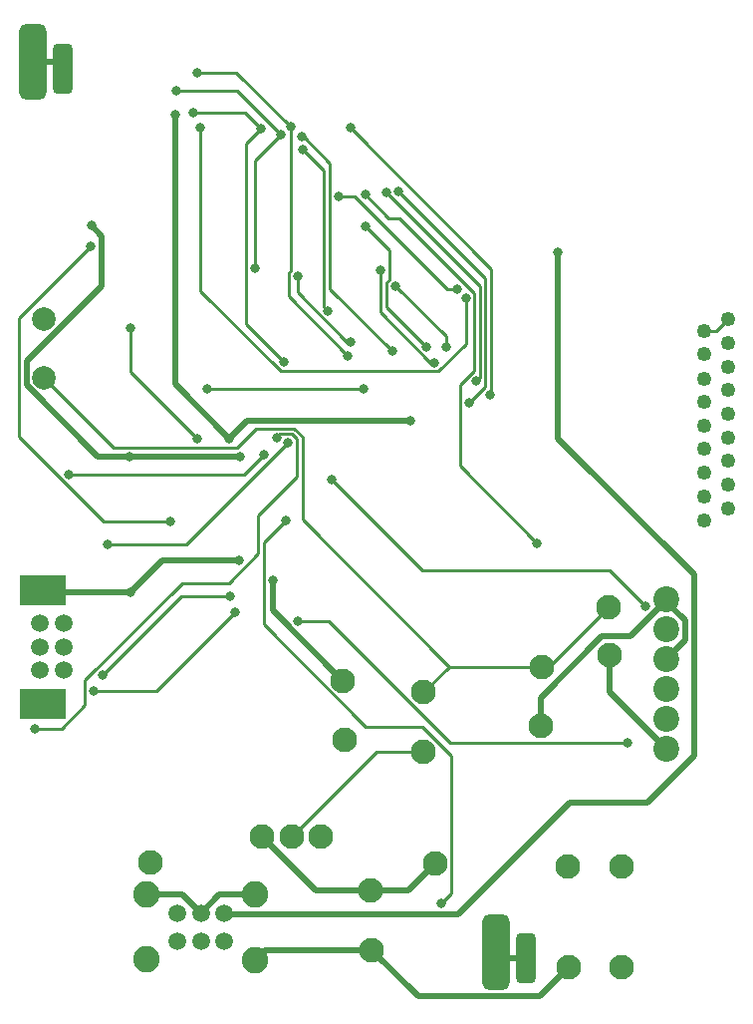
<source format=gbr>
%TF.GenerationSoftware,KiCad,Pcbnew,(6.0.2)*%
%TF.CreationDate,2022-09-26T21:45:02-05:00*%
%TF.ProjectId,IF-GBP-02,49462d47-4250-42d3-9032-2e6b69636164,rev?*%
%TF.SameCoordinates,Original*%
%TF.FileFunction,Copper,L2,Bot*%
%TF.FilePolarity,Positive*%
%FSLAX46Y46*%
G04 Gerber Fmt 4.6, Leading zero omitted, Abs format (unit mm)*
G04 Created by KiCad (PCBNEW (6.0.2)) date 2022-09-26 21:45:02*
%MOMM*%
%LPD*%
G01*
G04 APERTURE LIST*
G04 Aperture macros list*
%AMRoundRect*
0 Rectangle with rounded corners*
0 $1 Rounding radius*
0 $2 $3 $4 $5 $6 $7 $8 $9 X,Y pos of 4 corners*
0 Add a 4 corners polygon primitive as box body*
4,1,4,$2,$3,$4,$5,$6,$7,$8,$9,$2,$3,0*
0 Add four circle primitives for the rounded corners*
1,1,$1+$1,$2,$3*
1,1,$1+$1,$4,$5*
1,1,$1+$1,$6,$7*
1,1,$1+$1,$8,$9*
0 Add four rect primitives between the rounded corners*
20,1,$1+$1,$2,$3,$4,$5,0*
20,1,$1+$1,$4,$5,$6,$7,0*
20,1,$1+$1,$6,$7,$8,$9,0*
20,1,$1+$1,$8,$9,$2,$3,0*%
G04 Aperture macros list end*
%TA.AperFunction,ComponentPad*%
%ADD10RoundRect,0.575000X-0.575000X-2.650000X0.575000X-2.650000X0.575000X2.650000X-0.575000X2.650000X0*%
%TD*%
%TA.AperFunction,ComponentPad*%
%ADD11RoundRect,0.425000X-0.425000X-1.700000X0.425000X-1.700000X0.425000X1.700000X-0.425000X1.700000X0*%
%TD*%
%TA.AperFunction,ComponentPad*%
%ADD12C,2.100000*%
%TD*%
%TA.AperFunction,ComponentPad*%
%ADD13C,1.500000*%
%TD*%
%TA.AperFunction,ComponentPad*%
%ADD14C,2.250000*%
%TD*%
%TA.AperFunction,ComponentPad*%
%ADD15C,2.200000*%
%TD*%
%TA.AperFunction,ComponentPad*%
%ADD16C,2.000000*%
%TD*%
%TA.AperFunction,ComponentPad*%
%ADD17C,1.250000*%
%TD*%
%TA.AperFunction,ComponentPad*%
%ADD18R,4.000000X2.500000*%
%TD*%
%TA.AperFunction,ViaPad*%
%ADD19C,0.800000*%
%TD*%
%TA.AperFunction,Conductor*%
%ADD20C,0.550000*%
%TD*%
%TA.AperFunction,Conductor*%
%ADD21C,0.250000*%
%TD*%
G04 APERTURE END LIST*
D10*
%TO.P,J2,1,Pin_1*%
%TO.N,/9V+*%
X162465000Y-138803000D03*
D11*
X165044000Y-139319000D03*
%TO.P,J2,2,Pin_2*%
%TO.N,/9V-*%
X125670000Y-63755000D03*
D10*
X123097000Y-63240000D03*
%TD*%
D12*
%TO.P,L1,1,1*%
%TO.N,/LED.Anode*%
X156339000Y-116728000D03*
%TO.P,L1,2,2*%
%TO.N,/Route1*%
X156341000Y-121772000D03*
%TD*%
D13*
%TO.P,SW2,1,A*%
%TO.N,/Off.GND*%
X139395000Y-135468000D03*
%TO.P,SW2,2,B*%
%TO.N,/GND*%
X137412000Y-135470000D03*
%TO.P,SW2,3,C*%
%TO.N,/9V-*%
X135389000Y-135469100D03*
%TO.P,SW2,4,A*%
%TO.N,unconnected-(SW2-Pad4)*%
X139397000Y-137889000D03*
%TO.P,SW2,5,B*%
%TO.N,/9V.F1*%
X137411000Y-137889000D03*
%TO.P,SW2,6,C*%
%TO.N,/9V.Prefuse*%
X135389000Y-137889000D03*
D14*
%TO.P,SW2,7,Case_GND*%
%TO.N,/GND*%
X141976000Y-133921000D03*
X141977100Y-139473000D03*
%TO.P,SW2,8,Case_GND*%
X132768000Y-139440000D03*
X132768000Y-133879000D03*
%TD*%
D12*
%TO.P,F2,1*%
%TO.N,/9V.Postfuse*%
X157295000Y-131299000D03*
%TO.P,F2,2*%
%TO.N,/9V.Prefuse*%
X133094000Y-131183000D03*
%TD*%
%TO.P,C2,1*%
%TO.N,/LED.Anode*%
X166340000Y-114564000D03*
%TO.P,C2,2*%
%TO.N,/GND*%
X166300300Y-119602400D03*
%TD*%
D15*
%TO.P,CN1,1,Pin_1*%
%TO.N,/VCC*%
X176950000Y-121545000D03*
%TO.P,CN1,2,Pin_2*%
%TO.N,/CN1.P2*%
X176953000Y-118997000D03*
%TO.P,CN1,3,Pin_3*%
%TO.N,/CN1.P3*%
X176947000Y-116460000D03*
%TO.P,CN1,4,Pin_4*%
%TO.N,/GND*%
X176949000Y-113921000D03*
%TO.P,CN1,5,Pin_5*%
%TO.N,/P51*%
X176944000Y-111342000D03*
%TO.P,CN1,6,Pin_6*%
%TO.N,/GND*%
X176946000Y-108795000D03*
%TD*%
D12*
%TO.P,Q1,1,B*%
%TO.N,/Route2*%
X147562000Y-128995000D03*
%TO.P,Q1,2,C*%
%TO.N,/Route1*%
X145105000Y-128999000D03*
%TO.P,Q1,3,E*%
%TO.N,/9V.Postfuse*%
X142606000Y-129001000D03*
%TD*%
%TO.P,C3,1*%
%TO.N,/VCC*%
X149478000Y-115776000D03*
%TO.P,C3,2*%
%TO.N,/GND*%
X149641000Y-120770000D03*
%TD*%
%TO.P,SW1,1,1*%
%TO.N,/Button*%
X173175000Y-140083000D03*
%TO.P,SW1,2,2*%
X173177000Y-131552000D03*
%TO.P,SW1,3,K*%
%TO.N,/GND*%
X168688000Y-140043000D03*
%TO.P,SW1,4,A*%
%TO.N,unconnected-(SW1-Pad4)*%
X168613000Y-131513000D03*
%TD*%
%TO.P,L2,1,1*%
%TO.N,/LED.Anode*%
X172058000Y-109511000D03*
%TO.P,L2,2,2*%
%TO.N,/VCC*%
X172103000Y-113558000D03*
%TD*%
D16*
%TO.P,LED1,1,K*%
%TO.N,/LED.Cathode*%
X124038300Y-85023300D03*
%TO.P,LED1,2,A*%
%TO.N,/LED.Anode*%
X124074000Y-90026000D03*
%TD*%
D12*
%TO.P,C1,1*%
%TO.N,/9V.Postfuse*%
X151856000Y-133578000D03*
%TO.P,C1,2*%
%TO.N,/GND*%
X151897700Y-138611300D03*
%TD*%
D17*
%TO.P,CN2,1,Pin_1*%
%TO.N,/LED.Anode*%
X182178000Y-85060500D03*
%TO.P,CN2,2,Pin_2*%
X180195000Y-86052700D03*
%TO.P,CN2,3,Pin_3*%
%TO.N,/IC5.O1*%
X182177000Y-87044000D03*
%TO.P,CN2,4,Pin_4*%
%TO.N,/IC5.O2*%
X180196000Y-88038000D03*
%TO.P,CN2,5,Pin_5*%
%TO.N,/IC5.O3*%
X182183000Y-89067000D03*
%TO.P,CN2,6,Pin_6*%
%TO.N,/IC5.O4*%
X180196000Y-90104000D03*
%TO.P,CN2,7,Pin_7*%
%TO.N,/IC5.O5*%
X182179000Y-91094000D03*
%TO.P,CN2,8,Pin_8*%
%TO.N,/IC5.O6*%
X180198000Y-92084000D03*
%TO.P,CN2,9,Pin_9*%
%TO.N,/IC5.O7*%
X182179000Y-93077000D03*
%TO.P,CN2,10,Pin_10*%
%TO.N,/IC5.O8*%
X180193000Y-94071000D03*
%TO.P,CN2,11,Pin_11*%
%TO.N,/IC6.O1*%
X182180000Y-95103000D03*
%TO.P,CN2,12,Pin_12*%
%TO.N,/IC6.O2*%
X180195000Y-96054000D03*
%TO.P,CN2,13,Pin_13*%
%TO.N,/IC6.O3*%
X182178000Y-97088000D03*
%TO.P,CN2,14,Pin_14*%
%TO.N,/IC6.O4*%
X180191000Y-98079000D03*
%TO.P,CN2,15,Pin_15*%
%TO.N,/IC6.O5*%
X182178000Y-99109000D03*
%TO.P,CN2,16,Pin_16*%
%TO.N,/IC6.O6*%
X180195000Y-100106000D03*
%TO.P,CN2,17,Pin_17*%
%TO.N,/IC6.O7*%
X182176000Y-101096000D03*
%TO.P,CN2,18,Pin_18*%
%TO.N,/IC6.O8*%
X180197000Y-102129000D03*
%TD*%
D13*
%TO.P,CN3,1,Pin_1*%
%TO.N,unconnected-(CN3-Pad1)*%
X125709000Y-110864000D03*
%TO.P,CN3,2,Pin_2*%
%TO.N,/Link.P2*%
X123688000Y-110860000D03*
%TO.P,CN3,3,Pin_3*%
%TO.N,/Link.P3*%
X125708000Y-112887000D03*
%TO.P,CN3,4,Pin_4*%
%TO.N,unconnected-(CN3-Pad4)*%
X123680000Y-112887000D03*
%TO.P,CN3,5,Pin_5*%
%TO.N,/Link.P5*%
X125706000Y-114869000D03*
%TO.P,CN3,6,Pin_6*%
%TO.N,/GND*%
X123685000Y-114874000D03*
D18*
%TO.P,CN3,7,GND*%
X123922000Y-108030000D03*
%TO.P,CN3,8,GND*%
X123922000Y-117696000D03*
%TD*%
D19*
%TO.N,/GND*%
X131431600Y-108205000D03*
X140619400Y-105549200D03*
%TO.N,/VCC*%
X139795000Y-95170700D03*
X135194100Y-67695500D03*
X143505500Y-107225500D03*
X155235000Y-93672500D03*
%TO.N,/P53*%
X137966900Y-90975500D03*
X151224300Y-90975500D03*
%TO.N,/D6*%
X151366000Y-74466300D03*
X165989500Y-104061300D03*
%TO.N,/D7*%
X161967500Y-91489900D03*
X150095000Y-68827400D03*
%TO.N,/WE*%
X137365000Y-68800100D03*
X159923300Y-83293000D03*
%TO.N,/CE1*%
X149083000Y-74601500D03*
X159198200Y-82481700D03*
%TO.N,/A4*%
X150126800Y-86959300D03*
X145598600Y-81396400D03*
%TO.N,/A8*%
X144485400Y-88725400D03*
X142475000Y-68888500D03*
X136788100Y-67558000D03*
%TO.N,/A9*%
X135335900Y-65657000D03*
X142024900Y-80744700D03*
X144234300Y-69385300D03*
%TO.N,/A10*%
X148217800Y-84334500D03*
X146045700Y-70664800D03*
%TO.N,/A11*%
X145016000Y-68717400D03*
X149907000Y-88165200D03*
X137075500Y-64089900D03*
%TO.N,/P45*%
X143867300Y-95085300D03*
X123278000Y-119807500D03*
%TO.N,/P46*%
X129475500Y-104203300D03*
X144821600Y-95564000D03*
%TO.N,/P47*%
X142739900Y-96595000D03*
X126177100Y-98234300D03*
%TO.N,/P51*%
X175202700Y-109419200D03*
X148525700Y-98663200D03*
%TO.N,/P52*%
X157830600Y-134675100D03*
X144630400Y-102134800D03*
%TO.N,/OE*%
X153640800Y-87784700D03*
X145982700Y-69582900D03*
%TO.N,/P60*%
X139921000Y-108547400D03*
X129029700Y-115270700D03*
%TO.N,/P61*%
X128253900Y-116661600D03*
X140333100Y-109957700D03*
%TO.N,/D0*%
X156544700Y-87372800D03*
X151367000Y-77184900D03*
%TO.N,/D1*%
X157221000Y-88753000D03*
X152636000Y-80886700D03*
%TO.N,/D2*%
X153908000Y-82207800D03*
X158213000Y-87405900D03*
%TO.N,/D4*%
X160193000Y-92186300D03*
X154154900Y-74198800D03*
%TO.N,/D5*%
X160823500Y-90326400D03*
X153154700Y-74314500D03*
%TO.N,/Off.GND*%
X167776000Y-79384700D03*
%TO.N,/CN1.P3*%
X145647800Y-110684100D03*
X173677000Y-121007900D03*
%TO.N,/Route20*%
X128064200Y-78852800D03*
X134820100Y-102265100D03*
%TO.N,/Route23*%
X137091300Y-95178000D03*
X131439500Y-85788300D03*
%TO.N,/9V.Postfuse*%
X131354200Y-96737400D03*
X140739300Y-96737400D03*
X128075000Y-77116100D03*
%TD*%
D20*
%TO.N,/GND*%
X134087400Y-105549200D02*
X140619400Y-105549200D01*
X138961000Y-133921000D02*
X137412000Y-135470000D01*
X151897700Y-138611300D02*
X155842200Y-142555800D01*
X166300300Y-117191200D02*
X166300300Y-119602400D01*
X176889800Y-109010100D02*
X173892000Y-112007900D01*
X171483600Y-112007900D02*
X166300300Y-117191200D01*
X178531600Y-110651900D02*
X176889800Y-109010100D01*
X142838800Y-138611300D02*
X151897700Y-138611300D01*
X123922000Y-108205000D02*
X131431600Y-108205000D01*
X176949000Y-113921000D02*
X178531600Y-112338400D01*
X155842200Y-142555800D02*
X166175200Y-142555800D01*
X173892000Y-112007900D02*
X171483600Y-112007900D01*
X176946000Y-108953900D02*
X176889800Y-109010100D01*
X166175200Y-142555800D02*
X168688000Y-140043000D01*
X135821000Y-133879000D02*
X137412000Y-135470000D01*
X178531600Y-112338400D02*
X178531600Y-110651900D01*
X176946000Y-108795000D02*
X176946000Y-108953900D01*
X131431600Y-108205000D02*
X134087400Y-105549200D01*
X141976000Y-133921000D02*
X138961000Y-133921000D01*
X141977100Y-139473000D02*
X142838800Y-138611300D01*
X132768000Y-133879000D02*
X135821000Y-133879000D01*
%TO.N,/VCC*%
X143505500Y-109803500D02*
X143505500Y-107225500D01*
X139795000Y-95170700D02*
X141293200Y-93672500D01*
X176950000Y-121545000D02*
X172103000Y-116698000D01*
X135194100Y-90569800D02*
X135194100Y-67695500D01*
X172103000Y-116698000D02*
X172103000Y-113558000D01*
X139795000Y-95170700D02*
X135194100Y-90569800D01*
X149478000Y-115776000D02*
X143505500Y-109803500D01*
X141293200Y-93672500D02*
X155235000Y-93672500D01*
D21*
%TO.N,/P53*%
X137966900Y-90975500D02*
X151224300Y-90975500D01*
%TO.N,/D6*%
X159454800Y-90669700D02*
X159454800Y-97526600D01*
X159454800Y-97526600D02*
X165989500Y-104061300D01*
X160648500Y-89476000D02*
X159454800Y-90669700D01*
X160648500Y-82815000D02*
X160648500Y-89476000D01*
X151366000Y-74466300D02*
X153369500Y-76469800D01*
X153369500Y-76469800D02*
X154303300Y-76469800D01*
X154303300Y-76469800D02*
X160648500Y-82815000D01*
%TO.N,/D7*%
X162063600Y-80796000D02*
X162063600Y-91393800D01*
X150095000Y-68827400D02*
X162063600Y-80796000D01*
X162063600Y-91393800D02*
X161967500Y-91489900D01*
%TO.N,/WE*%
X157603800Y-89478200D02*
X144157000Y-89478200D01*
X144157000Y-89478200D02*
X137365000Y-82686200D01*
X159923300Y-87158700D02*
X157603800Y-89478200D01*
X159923300Y-83293000D02*
X159923300Y-87158700D01*
X137365000Y-82686200D02*
X137365000Y-68800100D01*
%TO.N,/CE1*%
X158356100Y-82481700D02*
X159198200Y-82481700D01*
X150475900Y-74601500D02*
X158356100Y-82481700D01*
X149083000Y-74601500D02*
X150475900Y-74601500D01*
%TO.N,/A4*%
X150126800Y-86959300D02*
X149811000Y-86959300D01*
X145598600Y-82746900D02*
X145598600Y-81396400D01*
X149811000Y-86959300D02*
X145598600Y-82746900D01*
%TO.N,/A8*%
X141246300Y-85486300D02*
X144485400Y-88725400D01*
X141144500Y-67558000D02*
X136788100Y-67558000D01*
X142475000Y-68888500D02*
X141246300Y-70117200D01*
X142475000Y-68888500D02*
X141144500Y-67558000D01*
X141246300Y-70117200D02*
X141246300Y-85486300D01*
%TO.N,/A9*%
X140506000Y-65657000D02*
X135335900Y-65657000D01*
X142024900Y-71594700D02*
X142024900Y-80744700D01*
X144234300Y-69385300D02*
X140506000Y-65657000D01*
X144234300Y-69385300D02*
X142024900Y-71594700D01*
%TO.N,/A10*%
X147815600Y-83932300D02*
X148217800Y-84334500D01*
X146045700Y-70664800D02*
X147815600Y-72434700D01*
X147815600Y-72434700D02*
X147815600Y-83932300D01*
%TO.N,/A11*%
X144857800Y-81096100D02*
X144857800Y-83116000D01*
X145016000Y-80937900D02*
X144857800Y-81096100D01*
X145016000Y-68717400D02*
X145016000Y-80937900D01*
X144857800Y-83116000D02*
X149907000Y-88165200D01*
X137075500Y-64089900D02*
X140388500Y-64089900D01*
X140388500Y-64089900D02*
X145016000Y-68717400D01*
%TO.N,/P45*%
X142292000Y-104959300D02*
X139779100Y-107472200D01*
X144152200Y-94800400D02*
X145130500Y-94800400D01*
X127528700Y-115719000D02*
X127528700Y-117828200D01*
X135775500Y-107472200D02*
X127528700Y-115719000D01*
X127528700Y-117828200D02*
X125549400Y-119807500D01*
X142292000Y-101681100D02*
X142292000Y-104959300D01*
X145574000Y-98399100D02*
X142292000Y-101681100D01*
X143867300Y-95085300D02*
X144152200Y-94800400D01*
X145574000Y-95243900D02*
X145574000Y-98399100D01*
X139779100Y-107472200D02*
X135775500Y-107472200D01*
X145130500Y-94800400D02*
X145574000Y-95243900D01*
X125549400Y-119807500D02*
X123278000Y-119807500D01*
%TO.N,/P46*%
X144821600Y-95564000D02*
X136182300Y-104203300D01*
X136182300Y-104203300D02*
X129475500Y-104203300D01*
%TO.N,/P47*%
X141100600Y-98234300D02*
X142739900Y-96595000D01*
X126177100Y-98234300D02*
X141100600Y-98234300D01*
%TO.N,/P51*%
X172131900Y-106348400D02*
X175202700Y-109419200D01*
X156210900Y-106348400D02*
X172131900Y-106348400D01*
X148525700Y-98663200D02*
X156210900Y-106348400D01*
%TO.N,/P52*%
X157830600Y-134675100D02*
X158670200Y-133835500D01*
X151402300Y-119649500D02*
X142742200Y-110989400D01*
X158670200Y-122094400D02*
X156225300Y-119649500D01*
X142742200Y-104023000D02*
X144630400Y-102134800D01*
X142742200Y-110989400D02*
X142742200Y-104023000D01*
X158670200Y-133835500D02*
X158670200Y-122094400D01*
X156225300Y-119649500D02*
X151402300Y-119649500D01*
%TO.N,/OE*%
X148331600Y-82475500D02*
X153640800Y-87784700D01*
X148331600Y-71805700D02*
X148331600Y-82475500D01*
X146108800Y-69582900D02*
X148331600Y-71805700D01*
X145982700Y-69582900D02*
X146108800Y-69582900D01*
%TO.N,/P60*%
X129029700Y-115270700D02*
X135753000Y-108547400D01*
X135753000Y-108547400D02*
X139921000Y-108547400D01*
%TO.N,/P61*%
X128253900Y-116661600D02*
X133629200Y-116661600D01*
X133629200Y-116661600D02*
X140333100Y-109957700D01*
%TO.N,/D0*%
X153170700Y-83998800D02*
X153170700Y-81919600D01*
X156544700Y-87372800D02*
X153170700Y-83998800D01*
X153170700Y-81919600D02*
X153386700Y-81703600D01*
X153386700Y-79204600D02*
X151367000Y-77184900D01*
X153386700Y-81703600D02*
X153386700Y-79204600D01*
%TO.N,/D1*%
X152636000Y-84489500D02*
X156899500Y-88753000D01*
X152636000Y-80886700D02*
X152636000Y-84489500D01*
X156899500Y-88753000D02*
X157221000Y-88753000D01*
%TO.N,/D2*%
X158213000Y-87405900D02*
X158213000Y-86512800D01*
X158213000Y-86512800D02*
X153908000Y-82207800D01*
%TO.N,/D4*%
X161548800Y-90830500D02*
X160193000Y-92186300D01*
X161548800Y-81592700D02*
X161548800Y-90830500D01*
X154154900Y-74198800D02*
X161548800Y-81592700D01*
%TO.N,/D5*%
X161098600Y-82258400D02*
X161098600Y-90051300D01*
X161098600Y-90051300D02*
X160823500Y-90326400D01*
X153154700Y-74314500D02*
X161098600Y-82258400D01*
D20*
%TO.N,/Off.GND*%
X159245600Y-135560800D02*
X168713500Y-126092900D01*
X175326100Y-126092900D02*
X179320000Y-122099000D01*
X139395000Y-135468000D02*
X139487800Y-135560800D01*
X139487800Y-135560800D02*
X159245600Y-135560800D01*
X168713500Y-126092900D02*
X175326100Y-126092900D01*
X167776100Y-95171800D02*
X167776100Y-79384700D01*
X167776100Y-79384700D02*
X167776000Y-79384700D01*
X179320000Y-122099000D02*
X179320000Y-106715700D01*
X179320000Y-106715700D02*
X167776100Y-95171800D01*
%TO.N,/9V-*%
X125155000Y-63240000D02*
X125670000Y-63755000D01*
X123097000Y-63240000D02*
X125155000Y-63240000D01*
D21*
%TO.N,/CN1.P3*%
X158599700Y-121007900D02*
X148275900Y-110684100D01*
X173677000Y-121007900D02*
X158599700Y-121007900D01*
X148275900Y-110684100D02*
X145647800Y-110684100D01*
D20*
%TO.N,/9V+*%
X165044000Y-139319000D02*
X162981000Y-139319000D01*
X162981000Y-139319000D02*
X162465000Y-138803000D01*
D21*
%TO.N,/Route20*%
X121971600Y-95073800D02*
X129162900Y-102265100D01*
X129162900Y-102265100D02*
X134820100Y-102265100D01*
X121971600Y-84945400D02*
X121971600Y-95073800D01*
X128064200Y-78852800D02*
X121971600Y-84945400D01*
%TO.N,/Route23*%
X131439500Y-85788300D02*
X131439500Y-89526200D01*
X131439500Y-89526200D02*
X137091300Y-95178000D01*
%TO.N,/LED.Anode*%
X140514700Y-95936500D02*
X129984500Y-95936500D01*
X158503000Y-114564000D02*
X156339000Y-116728000D01*
X166340000Y-114564000D02*
X158503000Y-114564000D01*
X146024300Y-102085300D02*
X146024300Y-95057600D01*
X129984500Y-95936500D02*
X124074000Y-90026000D01*
X142100900Y-94350300D02*
X140514700Y-95936500D01*
X180195000Y-86052700D02*
X181185800Y-86052700D01*
X146024300Y-95057600D02*
X145317000Y-94350300D01*
X158503000Y-114564000D02*
X146024300Y-102085300D01*
X167005000Y-114564000D02*
X166340000Y-114564000D01*
X181185800Y-86052700D02*
X182178000Y-85060500D01*
X172058000Y-109511000D02*
X167005000Y-114564000D01*
X145317000Y-94350300D02*
X142100900Y-94350300D01*
D20*
%TO.N,/9V.Postfuse*%
X131354200Y-96737400D02*
X140739300Y-96737400D01*
X128075000Y-77116100D02*
X128939300Y-77980400D01*
X128939300Y-77980400D02*
X128939300Y-82247600D01*
X122583400Y-88603500D02*
X122583400Y-90663100D01*
X122583400Y-90663100D02*
X128657700Y-96737400D01*
X128657700Y-96737400D02*
X131354200Y-96737400D01*
X155016000Y-133578000D02*
X151856000Y-133578000D01*
X147183000Y-133578000D02*
X142606000Y-129001000D01*
X128939300Y-82247600D02*
X122583400Y-88603500D01*
X157295000Y-131299000D02*
X155016000Y-133578000D01*
X151856000Y-133578000D02*
X147183000Y-133578000D01*
D21*
%TO.N,/Route1*%
X152332000Y-121772000D02*
X156341000Y-121772000D01*
X145105000Y-128999000D02*
X152332000Y-121772000D01*
%TD*%
M02*

</source>
